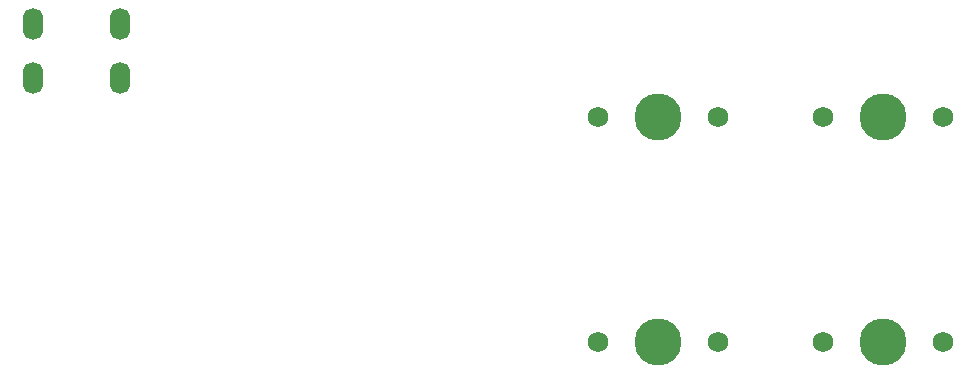
<source format=gts>
%TF.GenerationSoftware,KiCad,Pcbnew,9.0.2*%
%TF.CreationDate,2025-06-13T00:24:49+05:30*%
%TF.ProjectId,KeebPcb,4b656562-5063-4622-9e6b-696361645f70,rev?*%
%TF.SameCoordinates,Original*%
%TF.FileFunction,Soldermask,Top*%
%TF.FilePolarity,Negative*%
%FSLAX46Y46*%
G04 Gerber Fmt 4.6, Leading zero omitted, Abs format (unit mm)*
G04 Created by KiCad (PCBNEW 9.0.2) date 2025-06-13 00:24:49*
%MOMM*%
%LPD*%
G01*
G04 APERTURE LIST*
%ADD10C,1.750000*%
%ADD11C,3.987800*%
%ADD12O,1.700000X2.700000*%
G04 APERTURE END LIST*
D10*
%TO.C,MX1*%
X124293100Y-88925900D03*
D11*
X129373100Y-88925900D03*
D10*
X134453100Y-88925900D03*
%TD*%
%TO.C,MX3*%
X124293100Y-107974700D03*
D11*
X129373100Y-107974700D03*
D10*
X134453100Y-107974700D03*
%TD*%
%TO.C,MX2*%
X143341900Y-88925900D03*
D11*
X148421900Y-88925900D03*
D10*
X153501900Y-88925900D03*
%TD*%
%TO.C,MX4*%
X143341900Y-107974700D03*
D11*
X148421900Y-107974700D03*
D10*
X153501900Y-107974700D03*
%TD*%
D12*
%TO.C,USB1*%
X83798300Y-81132300D03*
X76498300Y-81132300D03*
X83798300Y-85632300D03*
X76498300Y-85632300D03*
%TD*%
M02*

</source>
